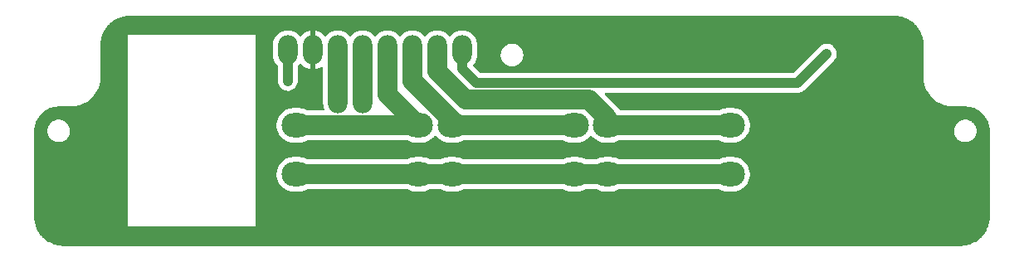
<source format=gbr>
%TF.GenerationSoftware,KiCad,Pcbnew,7.0.9*%
%TF.CreationDate,2024-01-11T16:53:53+09:00*%
%TF.ProjectId,IO_Board,494f5f42-6f61-4726-942e-6b696361645f,rev?*%
%TF.SameCoordinates,Original*%
%TF.FileFunction,Copper,L2,Bot*%
%TF.FilePolarity,Positive*%
%FSLAX46Y46*%
G04 Gerber Fmt 4.6, Leading zero omitted, Abs format (unit mm)*
G04 Created by KiCad (PCBNEW 7.0.9) date 2024-01-11 16:53:53*
%MOMM*%
%LPD*%
G01*
G04 APERTURE LIST*
%TA.AperFunction,ComponentPad*%
%ADD10O,3.000000X2.500000*%
%TD*%
%TA.AperFunction,SMDPad,CuDef*%
%ADD11O,2.000000X3.000000*%
%TD*%
%TA.AperFunction,ViaPad*%
%ADD12C,0.800000*%
%TD*%
%TA.AperFunction,Conductor*%
%ADD13C,1.000000*%
%TD*%
%TA.AperFunction,Conductor*%
%ADD14C,2.000000*%
%TD*%
G04 APERTURE END LIST*
D10*
%TO.P,RUN,1,1*%
%TO.N,+3.3V*%
X158777000Y-91440000D03*
X146277000Y-91440000D03*
%TO.P,RUN,2,2*%
%TO.N,BTN_Run*%
X158777000Y-86440000D03*
X146277000Y-86440000D03*
%TD*%
%TO.P,RIGHT,1,1*%
%TO.N,+3.3V*%
X174679000Y-91440000D03*
X162179000Y-91440000D03*
%TO.P,RIGHT,2,2*%
%TO.N,BTN_Right*%
X174679000Y-86440000D03*
X162179000Y-86440000D03*
%TD*%
%TO.P,LEFT,1,1*%
%TO.N,+3.3V*%
X142875000Y-91440000D03*
X130375000Y-91440000D03*
%TO.P,LEFT,2,2*%
%TO.N,BTN_Left*%
X142875000Y-86440000D03*
X130375000Y-86440000D03*
%TD*%
D11*
%TO.P,SW4,*%
%TO.N,+3.3V*%
X134640000Y-83693000D03*
%TO.P,SW4,2*%
%TO.N,SWT_Start*%
X137140000Y-83693000D03*
%TD*%
%TO.P,J1,1,Pin_1*%
%TO.N,+5V*%
X129540000Y-78740000D03*
%TO.P,J1,2,Pin_2*%
%TO.N,GND*%
X132080000Y-78740000D03*
%TO.P,J1,3,Pin_3*%
%TO.N,+3.3V*%
X134620000Y-78740000D03*
%TO.P,J1,4,Pin_4*%
%TO.N,SWT_Start*%
X137160000Y-78740000D03*
%TO.P,J1,5,Pin_5*%
%TO.N,BTN_Left*%
X139700000Y-78740000D03*
%TO.P,J1,6,Pin_6*%
%TO.N,BTN_Run*%
X142240000Y-78740000D03*
%TO.P,J1,7,Pin_7*%
%TO.N,BTN_Right*%
X144780000Y-78740000D03*
%TO.P,J1,8,Pin_8*%
%TO.N,IND_PWM*%
X147320000Y-78740000D03*
%TD*%
D12*
%TO.N,+5V*%
X129540000Y-80899000D03*
X129540000Y-81915000D03*
%TO.N,GND*%
X137160000Y-76200000D03*
X177800000Y-76200000D03*
X193040000Y-87630000D03*
X132588000Y-84328000D03*
X177800000Y-96520000D03*
X178308000Y-80010000D03*
X177800000Y-88900000D03*
X193040000Y-96520000D03*
X187960000Y-96520000D03*
X182880000Y-96520000D03*
X142240000Y-96520000D03*
X182880000Y-76200000D03*
X132080000Y-76200000D03*
X162560000Y-96520000D03*
X184531000Y-92964000D03*
X172720000Y-76200000D03*
X198120000Y-96520000D03*
X160528000Y-88900000D03*
X187960000Y-76200000D03*
X167640000Y-76200000D03*
X147320000Y-96520000D03*
X144526000Y-88900000D03*
X157480000Y-76200000D03*
X106680000Y-96520000D03*
X157480000Y-96520000D03*
X184531000Y-86868000D03*
X116840000Y-76200000D03*
X142240000Y-76200000D03*
X132080000Y-96520000D03*
X147320000Y-76200000D03*
X162560000Y-76200000D03*
X128270000Y-84455000D03*
X157480000Y-80010000D03*
X127000000Y-76200000D03*
X152400000Y-76200000D03*
X121920000Y-76200000D03*
%TO.N,IND_PWM*%
X184531000Y-79121000D03*
%TO.N,+3.3V*%
X134620000Y-81407000D03*
%TD*%
D13*
%TO.N,+5V*%
X129540000Y-81915000D02*
X129540000Y-80899000D01*
X129540000Y-80899000D02*
X129540000Y-78740000D01*
%TO.N,IND_PWM*%
X147320000Y-78740000D02*
X147320000Y-80645000D01*
X147320000Y-80645000D02*
X148795000Y-82120000D01*
X148795000Y-82120000D02*
X181532000Y-82120000D01*
X181532000Y-82120000D02*
X184531000Y-79121000D01*
D14*
%TO.N,+3.3V*%
X134640000Y-81427000D02*
X134620000Y-81407000D01*
X130375000Y-91440000D02*
X174679000Y-91440000D01*
X134640000Y-83693000D02*
X134640000Y-81427000D01*
X134620000Y-78740000D02*
X134620000Y-81407000D01*
%TO.N,SWT_Start*%
X137140000Y-83693000D02*
X137140000Y-78760000D01*
X137140000Y-78760000D02*
X137160000Y-78740000D01*
%TO.N,BTN_Left*%
X142875000Y-86440000D02*
X139700000Y-83265000D01*
X130375000Y-86440000D02*
X142875000Y-86440000D01*
D13*
X139954000Y-78994000D02*
X139700000Y-78740000D01*
D14*
X139700000Y-83265000D02*
X139700000Y-78740000D01*
%TO.N,BTN_Run*%
X146277000Y-86440000D02*
X146277000Y-85952000D01*
X158777000Y-86440000D02*
X146277000Y-86440000D01*
X146277000Y-85952000D02*
X142240000Y-81915000D01*
X142240000Y-81915000D02*
X142240000Y-78740000D01*
%TO.N,BTN_Right*%
X162179000Y-86440000D02*
X162179000Y-85725000D01*
X160274000Y-83820000D02*
X147701000Y-83820000D01*
X144780000Y-80899000D02*
X144780000Y-78740000D01*
X147701000Y-83820000D02*
X144780000Y-80899000D01*
D13*
X144780000Y-79240000D02*
X144780000Y-78740000D01*
D14*
X162179000Y-85725000D02*
X160274000Y-83820000D01*
X174679000Y-86440000D02*
X162179000Y-86440000D01*
%TD*%
%TA.AperFunction,Conductor*%
%TO.N,GND*%
G36*
X191401621Y-75255584D02*
G01*
X191533517Y-75262497D01*
X191717024Y-75272802D01*
X191723197Y-75273462D01*
X191820761Y-75288914D01*
X191875718Y-75297620D01*
X191937799Y-75308167D01*
X192038182Y-75325222D01*
X192043809Y-75326452D01*
X192196763Y-75367436D01*
X192351709Y-75412076D01*
X192356744Y-75413763D01*
X192506111Y-75471100D01*
X192506220Y-75471142D01*
X192653986Y-75532349D01*
X192658409Y-75534388D01*
X192658431Y-75534399D01*
X192801946Y-75607523D01*
X192941481Y-75684641D01*
X192945226Y-75686889D01*
X193011776Y-75730107D01*
X193080886Y-75774989D01*
X193210745Y-75867128D01*
X193213886Y-75869510D01*
X193338753Y-75970625D01*
X193341049Y-75972579D01*
X193458711Y-76077727D01*
X193461233Y-76080112D01*
X193574899Y-76193778D01*
X193577276Y-76196293D01*
X193682416Y-76313946D01*
X193684369Y-76316241D01*
X193723151Y-76364132D01*
X193785497Y-76441122D01*
X193787867Y-76444247D01*
X193880015Y-76574118D01*
X193968111Y-76709776D01*
X193970377Y-76713554D01*
X194047474Y-76853049D01*
X194120611Y-76996590D01*
X194122650Y-77001012D01*
X194183861Y-77148788D01*
X194241225Y-77298228D01*
X194242920Y-77303284D01*
X194287566Y-77458248D01*
X194328544Y-77611183D01*
X194329781Y-77616848D01*
X194357380Y-77779282D01*
X194381532Y-77931769D01*
X194382198Y-77937996D01*
X194392495Y-78121350D01*
X194399416Y-78253402D01*
X194399501Y-78256648D01*
X194399501Y-81509499D01*
X194399501Y-81509999D01*
X194399501Y-81667249D01*
X194401732Y-81688472D01*
X194432376Y-81980030D01*
X194497761Y-82287646D01*
X194497762Y-82287648D01*
X194589522Y-82570061D01*
X194594948Y-82586758D01*
X194680900Y-82779810D01*
X194722866Y-82874067D01*
X194722869Y-82874073D01*
X194880113Y-83146427D01*
X194880116Y-83146432D01*
X195064968Y-83400860D01*
X195064975Y-83400869D01*
X195164035Y-83510885D01*
X195275415Y-83634585D01*
X195391448Y-83739062D01*
X195509130Y-83845024D01*
X195509139Y-83845031D01*
X195763567Y-84029883D01*
X195763569Y-84029884D01*
X196035933Y-84187134D01*
X196323242Y-84315052D01*
X196622349Y-84412237D01*
X196622352Y-84412237D01*
X196622353Y-84412238D01*
X196664738Y-84421247D01*
X196929975Y-84477625D01*
X197242751Y-84510499D01*
X197399902Y-84510499D01*
X198648124Y-84510499D01*
X198651868Y-84510612D01*
X198748973Y-84516485D01*
X198956415Y-84530083D01*
X198963502Y-84530962D01*
X199099179Y-84555826D01*
X199265664Y-84588942D01*
X199271982Y-84590550D01*
X199402801Y-84631315D01*
X199411109Y-84633904D01*
X199419913Y-84636892D01*
X199565058Y-84686162D01*
X199570551Y-84688325D01*
X199706464Y-84749494D01*
X199849864Y-84820211D01*
X199854498Y-84822749D01*
X199926386Y-84866207D01*
X199982369Y-84900050D01*
X199984723Y-84901546D01*
X200016662Y-84922887D01*
X200115592Y-84988991D01*
X200119385Y-84991737D01*
X200237551Y-85084314D01*
X200240184Y-85086497D01*
X200358084Y-85189892D01*
X200361045Y-85192666D01*
X200467332Y-85298953D01*
X200470106Y-85301915D01*
X200573495Y-85419808D01*
X200575686Y-85422451D01*
X200668256Y-85540605D01*
X200671000Y-85544395D01*
X200758471Y-85675303D01*
X200759955Y-85677638D01*
X200837242Y-85805488D01*
X200839791Y-85810143D01*
X200910509Y-85953545D01*
X200971669Y-86089437D01*
X200973842Y-86094957D01*
X201026103Y-86248913D01*
X201069440Y-86387986D01*
X201071057Y-86394339D01*
X201104185Y-86560883D01*
X201129032Y-86696475D01*
X201129916Y-86703601D01*
X201143530Y-86911301D01*
X201149387Y-87008116D01*
X201149500Y-87011861D01*
X201149500Y-95763375D01*
X201149415Y-95766621D01*
X201142521Y-95898162D01*
X201132194Y-96082030D01*
X201131528Y-96088257D01*
X201107414Y-96240501D01*
X201079775Y-96403173D01*
X201078538Y-96408837D01*
X201037594Y-96561644D01*
X200992911Y-96716737D01*
X200991216Y-96721794D01*
X200933892Y-96871131D01*
X200872637Y-97019012D01*
X200870598Y-97023434D01*
X200797508Y-97166883D01*
X200720351Y-97306488D01*
X200718084Y-97310266D01*
X200630039Y-97445843D01*
X200537851Y-97575769D01*
X200535468Y-97578910D01*
X200434394Y-97703725D01*
X200432441Y-97706021D01*
X200327258Y-97823722D01*
X200324868Y-97826249D01*
X200211256Y-97939863D01*
X200208728Y-97942253D01*
X200091015Y-98047447D01*
X200088719Y-98049401D01*
X199963908Y-98150471D01*
X199960767Y-98152853D01*
X199830856Y-98245031D01*
X199695256Y-98333090D01*
X199691478Y-98335357D01*
X199560514Y-98407739D01*
X199551932Y-98412483D01*
X199551908Y-98412496D01*
X199408430Y-98485601D01*
X199404007Y-98487639D01*
X199256152Y-98548883D01*
X199106790Y-98606217D01*
X199101734Y-98607912D01*
X198946645Y-98652594D01*
X198793838Y-98693538D01*
X198788174Y-98694775D01*
X198625543Y-98722408D01*
X198473248Y-98746529D01*
X198467021Y-98747195D01*
X198283116Y-98757523D01*
X198151641Y-98764414D01*
X198148395Y-98764499D01*
X106651624Y-98764499D01*
X106648379Y-98764414D01*
X106516511Y-98757502D01*
X106332997Y-98747197D01*
X106326769Y-98746531D01*
X106174282Y-98722379D01*
X106011848Y-98694780D01*
X106006183Y-98693543D01*
X105853248Y-98652565D01*
X105698284Y-98607919D01*
X105693228Y-98606224D01*
X105543801Y-98548865D01*
X105396003Y-98487645D01*
X105391581Y-98485606D01*
X105248069Y-98412483D01*
X105108535Y-98335366D01*
X105104767Y-98333105D01*
X104969110Y-98245008D01*
X104839265Y-98152878D01*
X104836124Y-98150496D01*
X104711238Y-98049366D01*
X104708942Y-98047412D01*
X104591295Y-97942277D01*
X104588768Y-97939887D01*
X104475110Y-97826229D01*
X104472720Y-97823702D01*
X104367585Y-97706055D01*
X104365631Y-97703759D01*
X104365603Y-97703725D01*
X104326849Y-97655867D01*
X104264501Y-97578872D01*
X104262119Y-97575732D01*
X104169990Y-97445888D01*
X104081916Y-97310266D01*
X104081890Y-97310227D01*
X104079631Y-97306460D01*
X104002524Y-97166945D01*
X103929384Y-97023400D01*
X103927353Y-97018996D01*
X103866148Y-96871232D01*
X103808767Y-96721751D01*
X103808478Y-96720889D01*
X113237416Y-96720889D01*
X113237459Y-96745001D01*
X113237500Y-96745099D01*
X113237616Y-96745382D01*
X113237618Y-96745384D01*
X113237808Y-96745462D01*
X113238000Y-96745541D01*
X113238002Y-96745539D01*
X113262616Y-96745524D01*
X113262616Y-96745528D01*
X113262760Y-96745500D01*
X126213240Y-96745500D01*
X126213383Y-96745528D01*
X126213384Y-96745524D01*
X126237997Y-96745539D01*
X126238000Y-96745541D01*
X126238383Y-96745383D01*
X126238500Y-96745099D01*
X126238541Y-96745000D01*
X126238540Y-96744997D01*
X126238583Y-96720889D01*
X126238500Y-96720467D01*
X126238500Y-91571187D01*
X128374500Y-91571187D01*
X128394794Y-91705823D01*
X128413604Y-91830615D01*
X128413605Y-91830617D01*
X128413606Y-91830623D01*
X128490938Y-92081326D01*
X128604767Y-92317696D01*
X128604768Y-92317697D01*
X128604770Y-92317700D01*
X128604772Y-92317704D01*
X128752567Y-92534479D01*
X128931014Y-92726801D01*
X128931018Y-92726804D01*
X128931019Y-92726805D01*
X129136143Y-92890386D01*
X129363357Y-93021568D01*
X129607584Y-93117420D01*
X129863370Y-93175802D01*
X129863376Y-93175802D01*
X129863379Y-93175803D01*
X130059500Y-93190500D01*
X130059506Y-93190500D01*
X130690500Y-93190500D01*
X130886620Y-93175803D01*
X130886622Y-93175802D01*
X130886630Y-93175802D01*
X131142416Y-93117420D01*
X131386643Y-93021568D01*
X131498282Y-92957112D01*
X131560282Y-92940500D01*
X141689718Y-92940500D01*
X141751717Y-92957112D01*
X141863357Y-93021568D01*
X142107584Y-93117420D01*
X142363370Y-93175802D01*
X142363376Y-93175802D01*
X142363379Y-93175803D01*
X142559500Y-93190500D01*
X142559506Y-93190500D01*
X143190500Y-93190500D01*
X143386620Y-93175803D01*
X143386622Y-93175802D01*
X143386630Y-93175802D01*
X143642416Y-93117420D01*
X143886643Y-93021568D01*
X143998282Y-92957112D01*
X144060282Y-92940500D01*
X145091718Y-92940500D01*
X145153717Y-92957112D01*
X145265357Y-93021568D01*
X145509584Y-93117420D01*
X145765370Y-93175802D01*
X145765376Y-93175802D01*
X145765379Y-93175803D01*
X145961500Y-93190500D01*
X145961506Y-93190500D01*
X146592500Y-93190500D01*
X146788620Y-93175803D01*
X146788622Y-93175802D01*
X146788630Y-93175802D01*
X147044416Y-93117420D01*
X147288643Y-93021568D01*
X147400282Y-92957112D01*
X147462282Y-92940500D01*
X157591718Y-92940500D01*
X157653717Y-92957112D01*
X157765357Y-93021568D01*
X158009584Y-93117420D01*
X158265370Y-93175802D01*
X158265376Y-93175802D01*
X158265379Y-93175803D01*
X158461500Y-93190500D01*
X158461506Y-93190500D01*
X159092500Y-93190500D01*
X159288620Y-93175803D01*
X159288622Y-93175802D01*
X159288630Y-93175802D01*
X159544416Y-93117420D01*
X159788643Y-93021568D01*
X159900282Y-92957112D01*
X159962282Y-92940500D01*
X160993718Y-92940500D01*
X161055717Y-92957112D01*
X161167357Y-93021568D01*
X161411584Y-93117420D01*
X161667370Y-93175802D01*
X161667376Y-93175802D01*
X161667379Y-93175803D01*
X161863500Y-93190500D01*
X161863506Y-93190500D01*
X162494500Y-93190500D01*
X162690620Y-93175803D01*
X162690622Y-93175802D01*
X162690630Y-93175802D01*
X162946416Y-93117420D01*
X163190643Y-93021568D01*
X163302282Y-92957112D01*
X163364282Y-92940500D01*
X173493718Y-92940500D01*
X173555717Y-92957112D01*
X173667357Y-93021568D01*
X173911584Y-93117420D01*
X174167370Y-93175802D01*
X174167376Y-93175802D01*
X174167379Y-93175803D01*
X174363500Y-93190500D01*
X174363506Y-93190500D01*
X174994500Y-93190500D01*
X175190620Y-93175803D01*
X175190622Y-93175802D01*
X175190630Y-93175802D01*
X175446416Y-93117420D01*
X175690643Y-93021568D01*
X175917857Y-92890386D01*
X176122981Y-92726805D01*
X176301433Y-92534479D01*
X176449228Y-92317704D01*
X176563063Y-92081323D01*
X176640396Y-91830615D01*
X176679500Y-91571182D01*
X176679500Y-91308818D01*
X176640396Y-91049385D01*
X176563063Y-90798677D01*
X176551121Y-90773880D01*
X176449232Y-90562303D01*
X176449231Y-90562302D01*
X176449230Y-90562301D01*
X176449228Y-90562296D01*
X176301433Y-90345521D01*
X176291441Y-90334753D01*
X176122985Y-90153198D01*
X176083533Y-90121736D01*
X175917857Y-89989614D01*
X175690643Y-89858432D01*
X175446416Y-89762580D01*
X175446411Y-89762578D01*
X175446402Y-89762576D01*
X175228818Y-89712914D01*
X175190630Y-89704198D01*
X175190629Y-89704197D01*
X175190625Y-89704197D01*
X175190620Y-89704196D01*
X174994500Y-89689500D01*
X174994494Y-89689500D01*
X174363506Y-89689500D01*
X174363500Y-89689500D01*
X174167379Y-89704196D01*
X174167374Y-89704197D01*
X173911597Y-89762576D01*
X173911578Y-89762582D01*
X173667356Y-89858432D01*
X173555718Y-89922887D01*
X173493718Y-89939500D01*
X163364282Y-89939500D01*
X163302282Y-89922887D01*
X163190643Y-89858432D01*
X162946421Y-89762582D01*
X162946416Y-89762580D01*
X162946411Y-89762578D01*
X162946402Y-89762576D01*
X162728818Y-89712914D01*
X162690630Y-89704198D01*
X162690629Y-89704197D01*
X162690625Y-89704197D01*
X162690620Y-89704196D01*
X162494500Y-89689500D01*
X162494494Y-89689500D01*
X161863506Y-89689500D01*
X161863500Y-89689500D01*
X161667379Y-89704196D01*
X161667374Y-89704197D01*
X161411597Y-89762576D01*
X161411578Y-89762582D01*
X161167356Y-89858432D01*
X161055718Y-89922887D01*
X160993718Y-89939500D01*
X159962282Y-89939500D01*
X159900282Y-89922887D01*
X159788643Y-89858432D01*
X159544421Y-89762582D01*
X159544416Y-89762580D01*
X159544411Y-89762578D01*
X159544402Y-89762576D01*
X159326818Y-89712914D01*
X159288630Y-89704198D01*
X159288629Y-89704197D01*
X159288625Y-89704197D01*
X159288620Y-89704196D01*
X159092500Y-89689500D01*
X159092494Y-89689500D01*
X158461506Y-89689500D01*
X158461500Y-89689500D01*
X158265379Y-89704196D01*
X158265374Y-89704197D01*
X158009597Y-89762576D01*
X158009578Y-89762582D01*
X157765356Y-89858432D01*
X157653718Y-89922887D01*
X157591718Y-89939500D01*
X147462282Y-89939500D01*
X147400282Y-89922887D01*
X147288643Y-89858432D01*
X147044421Y-89762582D01*
X147044416Y-89762580D01*
X147044411Y-89762578D01*
X147044402Y-89762576D01*
X146826818Y-89712914D01*
X146788630Y-89704198D01*
X146788629Y-89704197D01*
X146788625Y-89704197D01*
X146788620Y-89704196D01*
X146592500Y-89689500D01*
X146592494Y-89689500D01*
X145961506Y-89689500D01*
X145961500Y-89689500D01*
X145765379Y-89704196D01*
X145765374Y-89704197D01*
X145509597Y-89762576D01*
X145509578Y-89762582D01*
X145265356Y-89858432D01*
X145153718Y-89922887D01*
X145091718Y-89939500D01*
X144060282Y-89939500D01*
X143998282Y-89922887D01*
X143886643Y-89858432D01*
X143642421Y-89762582D01*
X143642416Y-89762580D01*
X143642411Y-89762578D01*
X143642402Y-89762576D01*
X143424818Y-89712914D01*
X143386630Y-89704198D01*
X143386629Y-89704197D01*
X143386625Y-89704197D01*
X143386620Y-89704196D01*
X143190500Y-89689500D01*
X143190494Y-89689500D01*
X142559506Y-89689500D01*
X142559500Y-89689500D01*
X142363379Y-89704196D01*
X142363374Y-89704197D01*
X142107597Y-89762576D01*
X142107578Y-89762582D01*
X141863356Y-89858432D01*
X141751718Y-89922887D01*
X141689718Y-89939500D01*
X131560282Y-89939500D01*
X131498282Y-89922887D01*
X131386643Y-89858432D01*
X131142421Y-89762582D01*
X131142416Y-89762580D01*
X131142411Y-89762578D01*
X131142402Y-89762576D01*
X130924818Y-89712914D01*
X130886630Y-89704198D01*
X130886629Y-89704197D01*
X130886625Y-89704197D01*
X130886620Y-89704196D01*
X130690500Y-89689500D01*
X130690494Y-89689500D01*
X130059506Y-89689500D01*
X130059500Y-89689500D01*
X129863379Y-89704196D01*
X129863374Y-89704197D01*
X129607597Y-89762576D01*
X129607578Y-89762582D01*
X129363356Y-89858432D01*
X129136143Y-89989614D01*
X128931014Y-90153198D01*
X128752567Y-90345520D01*
X128604768Y-90562302D01*
X128604767Y-90562303D01*
X128490938Y-90798673D01*
X128413606Y-91049376D01*
X128413605Y-91049381D01*
X128413604Y-91049385D01*
X128398853Y-91147247D01*
X128374500Y-91308812D01*
X128374500Y-91571187D01*
X126238500Y-91571187D01*
X126238500Y-86571187D01*
X128374500Y-86571187D01*
X128393104Y-86694608D01*
X128413604Y-86830615D01*
X128413605Y-86830617D01*
X128413606Y-86830623D01*
X128490938Y-87081326D01*
X128604767Y-87317696D01*
X128604768Y-87317697D01*
X128604770Y-87317700D01*
X128604772Y-87317704D01*
X128729935Y-87501284D01*
X128752567Y-87534479D01*
X128931014Y-87726801D01*
X128931018Y-87726804D01*
X128931019Y-87726805D01*
X129136143Y-87890386D01*
X129363357Y-88021568D01*
X129607584Y-88117420D01*
X129863370Y-88175802D01*
X129863376Y-88175802D01*
X129863379Y-88175803D01*
X130059500Y-88190500D01*
X130059506Y-88190500D01*
X130690500Y-88190500D01*
X130886620Y-88175803D01*
X130886622Y-88175802D01*
X130886630Y-88175802D01*
X131142416Y-88117420D01*
X131386643Y-88021568D01*
X131498282Y-87957112D01*
X131560282Y-87940500D01*
X141689718Y-87940500D01*
X141751717Y-87957112D01*
X141863357Y-88021568D01*
X142107584Y-88117420D01*
X142363370Y-88175802D01*
X142363376Y-88175802D01*
X142363379Y-88175803D01*
X142559500Y-88190500D01*
X142559506Y-88190500D01*
X143190500Y-88190500D01*
X143386620Y-88175803D01*
X143386622Y-88175802D01*
X143386630Y-88175802D01*
X143642416Y-88117420D01*
X143886643Y-88021568D01*
X144113857Y-87890386D01*
X144318981Y-87726805D01*
X144327016Y-87718146D01*
X144422597Y-87615133D01*
X144485102Y-87547768D01*
X144545129Y-87512014D01*
X144614958Y-87514389D01*
X144666897Y-87547767D01*
X144726079Y-87611551D01*
X144833014Y-87726801D01*
X144833018Y-87726804D01*
X144833019Y-87726805D01*
X145038143Y-87890386D01*
X145265357Y-88021568D01*
X145509584Y-88117420D01*
X145765370Y-88175802D01*
X145765376Y-88175802D01*
X145765379Y-88175803D01*
X145961500Y-88190500D01*
X145961506Y-88190500D01*
X146592500Y-88190500D01*
X146788620Y-88175803D01*
X146788622Y-88175802D01*
X146788630Y-88175802D01*
X147044416Y-88117420D01*
X147288643Y-88021568D01*
X147400282Y-87957112D01*
X147462282Y-87940500D01*
X157591718Y-87940500D01*
X157653717Y-87957112D01*
X157765357Y-88021568D01*
X158009584Y-88117420D01*
X158265370Y-88175802D01*
X158265376Y-88175802D01*
X158265379Y-88175803D01*
X158461500Y-88190500D01*
X158461506Y-88190500D01*
X159092500Y-88190500D01*
X159288620Y-88175803D01*
X159288622Y-88175802D01*
X159288630Y-88175802D01*
X159544416Y-88117420D01*
X159788643Y-88021568D01*
X160015857Y-87890386D01*
X160220981Y-87726805D01*
X160229016Y-87718146D01*
X160324597Y-87615133D01*
X160387102Y-87547768D01*
X160447129Y-87512014D01*
X160516958Y-87514389D01*
X160568897Y-87547767D01*
X160628079Y-87611551D01*
X160735014Y-87726801D01*
X160735018Y-87726804D01*
X160735019Y-87726805D01*
X160940143Y-87890386D01*
X161167357Y-88021568D01*
X161411584Y-88117420D01*
X161667370Y-88175802D01*
X161667376Y-88175802D01*
X161667379Y-88175803D01*
X161863500Y-88190500D01*
X161863506Y-88190500D01*
X162494500Y-88190500D01*
X162690620Y-88175803D01*
X162690622Y-88175802D01*
X162690630Y-88175802D01*
X162946416Y-88117420D01*
X163190643Y-88021568D01*
X163302282Y-87957112D01*
X163364282Y-87940500D01*
X173493718Y-87940500D01*
X173555717Y-87957112D01*
X173667357Y-88021568D01*
X173911584Y-88117420D01*
X174167370Y-88175802D01*
X174167376Y-88175802D01*
X174167379Y-88175803D01*
X174363500Y-88190500D01*
X174363506Y-88190500D01*
X174994500Y-88190500D01*
X175190620Y-88175803D01*
X175190622Y-88175802D01*
X175190630Y-88175802D01*
X175446416Y-88117420D01*
X175690643Y-88021568D01*
X175917857Y-87890386D01*
X176122981Y-87726805D01*
X176131016Y-87718146D01*
X176223705Y-87618250D01*
X176301433Y-87534479D01*
X176449228Y-87317704D01*
X176454249Y-87307279D01*
X176495693Y-87221219D01*
X176563063Y-87081323D01*
X176585063Y-87010000D01*
X197494571Y-87010000D01*
X197502188Y-87092204D01*
X197502453Y-87097928D01*
X197502453Y-87116336D01*
X197505835Y-87134432D01*
X197506626Y-87140103D01*
X197514244Y-87222309D01*
X197514244Y-87222311D01*
X197536834Y-87301705D01*
X197538145Y-87307279D01*
X197541529Y-87325377D01*
X197541533Y-87325394D01*
X197548183Y-87342558D01*
X197550003Y-87347989D01*
X197568453Y-87412831D01*
X197572595Y-87427388D01*
X197609392Y-87501287D01*
X197611705Y-87506526D01*
X197618357Y-87523696D01*
X197628047Y-87539347D01*
X197630835Y-87544351D01*
X197667631Y-87618248D01*
X197667635Y-87618256D01*
X197717385Y-87684135D01*
X197720619Y-87688856D01*
X197730314Y-87704513D01*
X197730315Y-87704514D01*
X197730316Y-87704515D01*
X197742721Y-87718124D01*
X197746380Y-87722530D01*
X197796128Y-87788407D01*
X197857135Y-87844022D01*
X197861181Y-87848068D01*
X197866100Y-87853464D01*
X197873591Y-87861682D01*
X197882475Y-87868389D01*
X197888280Y-87872773D01*
X197892688Y-87876433D01*
X197907993Y-87890385D01*
X197953698Y-87932051D01*
X198023898Y-87975517D01*
X198028619Y-87978752D01*
X198043307Y-87989844D01*
X198059780Y-87998046D01*
X198064787Y-88000835D01*
X198126408Y-88038989D01*
X198134981Y-88044297D01*
X198211972Y-88074123D01*
X198217193Y-88076428D01*
X198233682Y-88084639D01*
X198233686Y-88084640D01*
X198251389Y-88089678D01*
X198256821Y-88091497D01*
X198333802Y-88121320D01*
X198414955Y-88136490D01*
X198420521Y-88137799D01*
X198438235Y-88142840D01*
X198456593Y-88144541D01*
X198462218Y-88145325D01*
X198536140Y-88159143D01*
X198543389Y-88160499D01*
X198625938Y-88160499D01*
X198631662Y-88160764D01*
X198649999Y-88162463D01*
X198650000Y-88162463D01*
X198650001Y-88162463D01*
X198668338Y-88160764D01*
X198674062Y-88160499D01*
X198756610Y-88160499D01*
X198837778Y-88145325D01*
X198843409Y-88144540D01*
X198861765Y-88142840D01*
X198879494Y-88137795D01*
X198885044Y-88136490D01*
X198966198Y-88121320D01*
X199043211Y-88091485D01*
X199048581Y-88089685D01*
X199066318Y-88084639D01*
X199082828Y-88076417D01*
X199088000Y-88074133D01*
X199165019Y-88044297D01*
X199235235Y-88000820D01*
X199240199Y-87998056D01*
X199256694Y-87989843D01*
X199271404Y-87978734D01*
X199276096Y-87975520D01*
X199346302Y-87932051D01*
X199407328Y-87876417D01*
X199411682Y-87872801D01*
X199426410Y-87861680D01*
X199438838Y-87848046D01*
X199442835Y-87844048D01*
X199503872Y-87788406D01*
X199553633Y-87722511D01*
X199557257Y-87718146D01*
X199569686Y-87704513D01*
X199579398Y-87688826D01*
X199582589Y-87684168D01*
X199632366Y-87618254D01*
X199669168Y-87544344D01*
X199671952Y-87539347D01*
X199681643Y-87523696D01*
X199688299Y-87506514D01*
X199690598Y-87501305D01*
X199727405Y-87427388D01*
X199750003Y-87347962D01*
X199751802Y-87342593D01*
X199758469Y-87325386D01*
X199761855Y-87307270D01*
X199763160Y-87301721D01*
X199785756Y-87222309D01*
X199793375Y-87140083D01*
X199794160Y-87134449D01*
X199797547Y-87116335D01*
X199798151Y-87090112D01*
X199798396Y-87085892D01*
X199805429Y-87009999D01*
X199798396Y-86934108D01*
X199798151Y-86929881D01*
X199797547Y-86903663D01*
X199794161Y-86885551D01*
X199793375Y-86879914D01*
X199785756Y-86797689D01*
X199763160Y-86718276D01*
X199761854Y-86712720D01*
X199758469Y-86694612D01*
X199758467Y-86694608D01*
X199758468Y-86694608D01*
X199751815Y-86677436D01*
X199749996Y-86672008D01*
X199727405Y-86592610D01*
X199690598Y-86518692D01*
X199688301Y-86513489D01*
X199681643Y-86496302D01*
X199671950Y-86480647D01*
X199669163Y-86475643D01*
X199637388Y-86411830D01*
X199632366Y-86401744D01*
X199626775Y-86394341D01*
X199582617Y-86335866D01*
X199579379Y-86331139D01*
X199569686Y-86315485D01*
X199557284Y-86301881D01*
X199553629Y-86297481D01*
X199503872Y-86231592D01*
X199503869Y-86231589D01*
X199442864Y-86175974D01*
X199438818Y-86171929D01*
X199426410Y-86158318D01*
X199426409Y-86158317D01*
X199426407Y-86158315D01*
X199411713Y-86147219D01*
X199407306Y-86143559D01*
X199346305Y-86087949D01*
X199346297Y-86087944D01*
X199284022Y-86049385D01*
X199276107Y-86044484D01*
X199271385Y-86041248D01*
X199256696Y-86030156D01*
X199256690Y-86030152D01*
X199240211Y-86021946D01*
X199235209Y-86019160D01*
X199202959Y-85999192D01*
X199165019Y-85975701D01*
X199165014Y-85975699D01*
X199165016Y-85975699D01*
X199088032Y-85945876D01*
X199082796Y-85943564D01*
X199066318Y-85935359D01*
X199066314Y-85935357D01*
X199048613Y-85930321D01*
X199043180Y-85928500D01*
X198966200Y-85898678D01*
X198966191Y-85898676D01*
X198885063Y-85883510D01*
X198879490Y-85882200D01*
X198861767Y-85877158D01*
X198843428Y-85875458D01*
X198837755Y-85874667D01*
X198773488Y-85862654D01*
X198756610Y-85859499D01*
X198674052Y-85859499D01*
X198668328Y-85859234D01*
X198650001Y-85857536D01*
X198649999Y-85857536D01*
X198631672Y-85859234D01*
X198625948Y-85859499D01*
X198543389Y-85859499D01*
X198462243Y-85874667D01*
X198456570Y-85875458D01*
X198438234Y-85877158D01*
X198438232Y-85877158D01*
X198420512Y-85882198D01*
X198414942Y-85883508D01*
X198333805Y-85898677D01*
X198333792Y-85898681D01*
X198256820Y-85928499D01*
X198251394Y-85930318D01*
X198233680Y-85935359D01*
X198233678Y-85935360D01*
X198217197Y-85943566D01*
X198211961Y-85945878D01*
X198134978Y-85975702D01*
X198064793Y-86019158D01*
X198059793Y-86021943D01*
X198043307Y-86030153D01*
X198043296Y-86030160D01*
X198028611Y-86041250D01*
X198023889Y-86044484D01*
X197953697Y-86087947D01*
X197953694Y-86087949D01*
X197892699Y-86143553D01*
X197888296Y-86147209D01*
X197873593Y-86158314D01*
X197873589Y-86158318D01*
X197861178Y-86171931D01*
X197857131Y-86175978D01*
X197796131Y-86231589D01*
X197796122Y-86231599D01*
X197746377Y-86297469D01*
X197742722Y-86301872D01*
X197730319Y-86315478D01*
X197730310Y-86315490D01*
X197720616Y-86331145D01*
X197717381Y-86335866D01*
X197667635Y-86401742D01*
X197630831Y-86475650D01*
X197628047Y-86480649D01*
X197618359Y-86496298D01*
X197618354Y-86496307D01*
X197611707Y-86513466D01*
X197609393Y-86518706D01*
X197572597Y-86592604D01*
X197550002Y-86672008D01*
X197548184Y-86677435D01*
X197541533Y-86694606D01*
X197541530Y-86694615D01*
X197538145Y-86712720D01*
X197536834Y-86718295D01*
X197514244Y-86797688D01*
X197506625Y-86879894D01*
X197505834Y-86885562D01*
X197502453Y-86903655D01*
X197502453Y-86922068D01*
X197502188Y-86927791D01*
X197494571Y-87009997D01*
X197494571Y-87010000D01*
X176585063Y-87010000D01*
X176640396Y-86830615D01*
X176679500Y-86571182D01*
X176679500Y-86308818D01*
X176640396Y-86049385D01*
X176563063Y-85798677D01*
X176504755Y-85677599D01*
X176449232Y-85562303D01*
X176449231Y-85562302D01*
X176449230Y-85562301D01*
X176449228Y-85562296D01*
X176301433Y-85345521D01*
X176258246Y-85298976D01*
X176122985Y-85153198D01*
X176039344Y-85086497D01*
X175917857Y-84989614D01*
X175690643Y-84858432D01*
X175446416Y-84762580D01*
X175446411Y-84762578D01*
X175446402Y-84762576D01*
X175206735Y-84707874D01*
X175190630Y-84704198D01*
X175190629Y-84704197D01*
X175190625Y-84704197D01*
X175190620Y-84704196D01*
X174994500Y-84689500D01*
X174994494Y-84689500D01*
X174363506Y-84689500D01*
X174363500Y-84689500D01*
X174167379Y-84704196D01*
X174167374Y-84704197D01*
X173911597Y-84762576D01*
X173911578Y-84762582D01*
X173667356Y-84858432D01*
X173631775Y-84878975D01*
X173561039Y-84919815D01*
X173555718Y-84922887D01*
X173493718Y-84939500D01*
X163528090Y-84939500D01*
X163461051Y-84919815D01*
X163421568Y-84878975D01*
X163414439Y-84867011D01*
X163404366Y-84850106D01*
X163386702Y-84829250D01*
X163382106Y-84823086D01*
X163367166Y-84800218D01*
X163367165Y-84800217D01*
X163367164Y-84800215D01*
X163303966Y-84731564D01*
X163283902Y-84707874D01*
X163280224Y-84704196D01*
X163261950Y-84685921D01*
X163198747Y-84617265D01*
X163198746Y-84617264D01*
X163198744Y-84617262D01*
X163177174Y-84600473D01*
X163171412Y-84595384D01*
X161908209Y-83332181D01*
X161874724Y-83270858D01*
X161879708Y-83201166D01*
X161921580Y-83145233D01*
X161987044Y-83120816D01*
X161995890Y-83120500D01*
X181519284Y-83120500D01*
X181608358Y-83122757D01*
X181608358Y-83122756D01*
X181608363Y-83122757D01*
X181668753Y-83111932D01*
X181673412Y-83111280D01*
X181715607Y-83106988D01*
X181734438Y-83105074D01*
X181767227Y-83094786D01*
X181774840Y-83092918D01*
X181808653Y-83086858D01*
X181865621Y-83064101D01*
X181870053Y-83062524D01*
X181928588Y-83044159D01*
X181958627Y-83027484D01*
X181965708Y-83024122D01*
X181997617Y-83011377D01*
X182048854Y-82977608D01*
X182052851Y-82975187D01*
X182106502Y-82945409D01*
X182132568Y-82923030D01*
X182138843Y-82918300D01*
X182152859Y-82909063D01*
X182167519Y-82899402D01*
X182210917Y-82856002D01*
X182214336Y-82852834D01*
X182260895Y-82812866D01*
X182281931Y-82785688D01*
X182287101Y-82779818D01*
X185274340Y-79792581D01*
X185370697Y-79674408D01*
X185464909Y-79494049D01*
X185520886Y-79298418D01*
X185536337Y-79095524D01*
X185529608Y-79042691D01*
X185510631Y-78893679D01*
X185510630Y-78893677D01*
X185510630Y-78893673D01*
X185444816Y-78701128D01*
X185412802Y-78646745D01*
X185341593Y-78525778D01*
X185341592Y-78525777D01*
X185341590Y-78525773D01*
X185205179Y-78374787D01*
X185148198Y-78332945D01*
X185041171Y-78254353D01*
X185041164Y-78254349D01*
X184856274Y-78169397D01*
X184856261Y-78169392D01*
X184658053Y-78123397D01*
X184454638Y-78118244D01*
X184454635Y-78118244D01*
X184254350Y-78154140D01*
X184254345Y-78154142D01*
X184065383Y-78229623D01*
X184065371Y-78229629D01*
X183895482Y-78341596D01*
X183895478Y-78341599D01*
X181153899Y-81083181D01*
X181092576Y-81116666D01*
X181066218Y-81119500D01*
X149260783Y-81119500D01*
X149193744Y-81099815D01*
X149173102Y-81083181D01*
X148470805Y-80380884D01*
X148437320Y-80319561D01*
X148442304Y-80249869D01*
X148467256Y-80209221D01*
X148508164Y-80164785D01*
X148644173Y-79956607D01*
X148744063Y-79728881D01*
X148805108Y-79487821D01*
X148806808Y-79467312D01*
X148820500Y-79302065D01*
X148820500Y-79255001D01*
X151244571Y-79255001D01*
X151252188Y-79337205D01*
X151252453Y-79342929D01*
X151252453Y-79361337D01*
X151255835Y-79379433D01*
X151256626Y-79385104D01*
X151264244Y-79467310D01*
X151264244Y-79467312D01*
X151286834Y-79546706D01*
X151288145Y-79552280D01*
X151291529Y-79570378D01*
X151291533Y-79570395D01*
X151298183Y-79587559D01*
X151300003Y-79592990D01*
X151318453Y-79657832D01*
X151322595Y-79672389D01*
X151359392Y-79746288D01*
X151361705Y-79751527D01*
X151368357Y-79768697D01*
X151378047Y-79784348D01*
X151380835Y-79789352D01*
X151417631Y-79863249D01*
X151417635Y-79863257D01*
X151467385Y-79929136D01*
X151470619Y-79933857D01*
X151480314Y-79949514D01*
X151480315Y-79949515D01*
X151480316Y-79949516D01*
X151492721Y-79963125D01*
X151496380Y-79967531D01*
X151546128Y-80033408D01*
X151607135Y-80089023D01*
X151611181Y-80093069D01*
X151616100Y-80098465D01*
X151623591Y-80106683D01*
X151632475Y-80113390D01*
X151638280Y-80117774D01*
X151642688Y-80121434D01*
X151661550Y-80138629D01*
X151703698Y-80177052D01*
X151773898Y-80220518D01*
X151778619Y-80223753D01*
X151793307Y-80234845D01*
X151809780Y-80243047D01*
X151814787Y-80245836D01*
X151814789Y-80245837D01*
X151884981Y-80289298D01*
X151961972Y-80319124D01*
X151967193Y-80321429D01*
X151983682Y-80329640D01*
X151983686Y-80329641D01*
X152001389Y-80334679D01*
X152006821Y-80336498D01*
X152083802Y-80366321D01*
X152164955Y-80381491D01*
X152170521Y-80382800D01*
X152188235Y-80387841D01*
X152206593Y-80389542D01*
X152212218Y-80390326D01*
X152286140Y-80404144D01*
X152293389Y-80405500D01*
X152375938Y-80405500D01*
X152381662Y-80405765D01*
X152399999Y-80407464D01*
X152400000Y-80407464D01*
X152400001Y-80407464D01*
X152418338Y-80405765D01*
X152424062Y-80405500D01*
X152506610Y-80405500D01*
X152587778Y-80390326D01*
X152593409Y-80389541D01*
X152611765Y-80387841D01*
X152629494Y-80382796D01*
X152635044Y-80381491D01*
X152716198Y-80366321D01*
X152793211Y-80336486D01*
X152798581Y-80334686D01*
X152816318Y-80329640D01*
X152832828Y-80321418D01*
X152838000Y-80319134D01*
X152915019Y-80289298D01*
X152985235Y-80245821D01*
X152990199Y-80243057D01*
X153006694Y-80234844D01*
X153021404Y-80223735D01*
X153026096Y-80220521D01*
X153096302Y-80177052D01*
X153157328Y-80121418D01*
X153161682Y-80117802D01*
X153176410Y-80106681D01*
X153188838Y-80093047D01*
X153192835Y-80089049D01*
X153253872Y-80033407D01*
X153303633Y-79967512D01*
X153307257Y-79963147D01*
X153319686Y-79949514D01*
X153329398Y-79933827D01*
X153332589Y-79929169D01*
X153382366Y-79863255D01*
X153419168Y-79789345D01*
X153421952Y-79784348D01*
X153431643Y-79768697D01*
X153438299Y-79751515D01*
X153440598Y-79746306D01*
X153477405Y-79672389D01*
X153500003Y-79592963D01*
X153501802Y-79587594D01*
X153508469Y-79570387D01*
X153511855Y-79552271D01*
X153513160Y-79546722D01*
X153535756Y-79467310D01*
X153543375Y-79385084D01*
X153544160Y-79379450D01*
X153547547Y-79361336D01*
X153548151Y-79335113D01*
X153548396Y-79330893D01*
X153555429Y-79255000D01*
X153548396Y-79179109D01*
X153548151Y-79174882D01*
X153547547Y-79148664D01*
X153544161Y-79130552D01*
X153543375Y-79124915D01*
X153535756Y-79042690D01*
X153513160Y-78963277D01*
X153511854Y-78957721D01*
X153508469Y-78939613D01*
X153508467Y-78939609D01*
X153508468Y-78939609D01*
X153501815Y-78922437D01*
X153499996Y-78917009D01*
X153477405Y-78837611D01*
X153440598Y-78763693D01*
X153438301Y-78758490D01*
X153431643Y-78741303D01*
X153421950Y-78725648D01*
X153419163Y-78720644D01*
X153409440Y-78701117D01*
X153382366Y-78646745D01*
X153332617Y-78580867D01*
X153329379Y-78576140D01*
X153319686Y-78560486D01*
X153307284Y-78546882D01*
X153303629Y-78542482D01*
X153253872Y-78476593D01*
X153253869Y-78476590D01*
X153192864Y-78420975D01*
X153188818Y-78416930D01*
X153176410Y-78403319D01*
X153176409Y-78403318D01*
X153176407Y-78403316D01*
X153161713Y-78392220D01*
X153157306Y-78388560D01*
X153096305Y-78332950D01*
X153096297Y-78332945D01*
X153026110Y-78289487D01*
X153021385Y-78286249D01*
X153006696Y-78275157D01*
X153006690Y-78275153D01*
X152990211Y-78266947D01*
X152985209Y-78264161D01*
X152952959Y-78244193D01*
X152915019Y-78220702D01*
X152915014Y-78220700D01*
X152915016Y-78220700D01*
X152838032Y-78190877D01*
X152832796Y-78188565D01*
X152816318Y-78180360D01*
X152816314Y-78180358D01*
X152798613Y-78175322D01*
X152793180Y-78173501D01*
X152716200Y-78143679D01*
X152716191Y-78143677D01*
X152635063Y-78128511D01*
X152629490Y-78127201D01*
X152611767Y-78122159D01*
X152593428Y-78120459D01*
X152587755Y-78119668D01*
X152523488Y-78107655D01*
X152506610Y-78104500D01*
X152424052Y-78104500D01*
X152418328Y-78104235D01*
X152400001Y-78102537D01*
X152399999Y-78102537D01*
X152381672Y-78104235D01*
X152375948Y-78104500D01*
X152293389Y-78104500D01*
X152212243Y-78119668D01*
X152206570Y-78120459D01*
X152188234Y-78122159D01*
X152188232Y-78122159D01*
X152170512Y-78127199D01*
X152164942Y-78128509D01*
X152083805Y-78143678D01*
X152083792Y-78143682D01*
X152006820Y-78173500D01*
X152001394Y-78175319D01*
X151983680Y-78180360D01*
X151983678Y-78180361D01*
X151967197Y-78188567D01*
X151961961Y-78190879D01*
X151884978Y-78220703D01*
X151814793Y-78264159D01*
X151809793Y-78266944D01*
X151793307Y-78275154D01*
X151793296Y-78275161D01*
X151778611Y-78286251D01*
X151773889Y-78289485D01*
X151703697Y-78332948D01*
X151703694Y-78332950D01*
X151642699Y-78388554D01*
X151638296Y-78392210D01*
X151623593Y-78403315D01*
X151623589Y-78403319D01*
X151611178Y-78416932D01*
X151607131Y-78420979D01*
X151546131Y-78476590D01*
X151546122Y-78476600D01*
X151496377Y-78542470D01*
X151492722Y-78546873D01*
X151480319Y-78560479D01*
X151480310Y-78560491D01*
X151470616Y-78576146D01*
X151467381Y-78580867D01*
X151417635Y-78646743D01*
X151380831Y-78720651D01*
X151378047Y-78725650D01*
X151368359Y-78741299D01*
X151368354Y-78741308D01*
X151361707Y-78758467D01*
X151359393Y-78763707D01*
X151322597Y-78837605D01*
X151300002Y-78917009D01*
X151298184Y-78922436D01*
X151291533Y-78939607D01*
X151291530Y-78939616D01*
X151288145Y-78957721D01*
X151286834Y-78963296D01*
X151264244Y-79042689D01*
X151256625Y-79124895D01*
X151255834Y-79130563D01*
X151252453Y-79148656D01*
X151252453Y-79167069D01*
X151252188Y-79172792D01*
X151244571Y-79254998D01*
X151244571Y-79255001D01*
X148820500Y-79255001D01*
X148820500Y-78177935D01*
X148820283Y-78175322D01*
X148805108Y-77992179D01*
X148789805Y-77931750D01*
X148744063Y-77751118D01*
X148644173Y-77523393D01*
X148508166Y-77315217D01*
X148443987Y-77245500D01*
X148339744Y-77132262D01*
X148143509Y-76979526D01*
X148143507Y-76979525D01*
X148143506Y-76979524D01*
X147924811Y-76861172D01*
X147924802Y-76861169D01*
X147689616Y-76780429D01*
X147444335Y-76739500D01*
X147195665Y-76739500D01*
X146950383Y-76780429D01*
X146715197Y-76861169D01*
X146715188Y-76861172D01*
X146496493Y-76979524D01*
X146300257Y-77132261D01*
X146141230Y-77305010D01*
X146081342Y-77341001D01*
X146011504Y-77338900D01*
X145958770Y-77305010D01*
X145903618Y-77245099D01*
X145799744Y-77132262D01*
X145603509Y-76979526D01*
X145603507Y-76979525D01*
X145603506Y-76979524D01*
X145384811Y-76861172D01*
X145384802Y-76861169D01*
X145149616Y-76780429D01*
X144904335Y-76739500D01*
X144655665Y-76739500D01*
X144410383Y-76780429D01*
X144175197Y-76861169D01*
X144175188Y-76861172D01*
X143956493Y-76979524D01*
X143760257Y-77132261D01*
X143601230Y-77305010D01*
X143541342Y-77341001D01*
X143471504Y-77338900D01*
X143418770Y-77305010D01*
X143363618Y-77245099D01*
X143259744Y-77132262D01*
X143063509Y-76979526D01*
X143063507Y-76979525D01*
X143063506Y-76979524D01*
X142844811Y-76861172D01*
X142844802Y-76861169D01*
X142609616Y-76780429D01*
X142364335Y-76739500D01*
X142115665Y-76739500D01*
X141870383Y-76780429D01*
X141635197Y-76861169D01*
X141635188Y-76861172D01*
X141416493Y-76979524D01*
X141220257Y-77132261D01*
X141061230Y-77305010D01*
X141001342Y-77341001D01*
X140931504Y-77338900D01*
X140878770Y-77305010D01*
X140823618Y-77245099D01*
X140719744Y-77132262D01*
X140523509Y-76979526D01*
X140523507Y-76979525D01*
X140523506Y-76979524D01*
X140304811Y-76861172D01*
X140304802Y-76861169D01*
X140069616Y-76780429D01*
X139824335Y-76739500D01*
X139575665Y-76739500D01*
X139330383Y-76780429D01*
X139095197Y-76861169D01*
X139095188Y-76861172D01*
X138876493Y-76979524D01*
X138680257Y-77132261D01*
X138521230Y-77305010D01*
X138461342Y-77341001D01*
X138391504Y-77338900D01*
X138338770Y-77305010D01*
X138283618Y-77245099D01*
X138179744Y-77132262D01*
X137983509Y-76979526D01*
X137983507Y-76979525D01*
X137983506Y-76979524D01*
X137764811Y-76861172D01*
X137764802Y-76861169D01*
X137529616Y-76780429D01*
X137284335Y-76739500D01*
X137035665Y-76739500D01*
X136790383Y-76780429D01*
X136555197Y-76861169D01*
X136555188Y-76861172D01*
X136336493Y-76979524D01*
X136140257Y-77132261D01*
X135981230Y-77305010D01*
X135921342Y-77341001D01*
X135851504Y-77338900D01*
X135798770Y-77305010D01*
X135743618Y-77245099D01*
X135639744Y-77132262D01*
X135443509Y-76979526D01*
X135443507Y-76979525D01*
X135443506Y-76979524D01*
X135224811Y-76861172D01*
X135224802Y-76861169D01*
X134989616Y-76780429D01*
X134744335Y-76739500D01*
X134495665Y-76739500D01*
X134250383Y-76780429D01*
X134015197Y-76861169D01*
X134015188Y-76861172D01*
X133796493Y-76979524D01*
X133600255Y-77132262D01*
X133600252Y-77132265D01*
X133440889Y-77305379D01*
X133381002Y-77341370D01*
X133311164Y-77339269D01*
X133258431Y-77305379D01*
X133099407Y-77132635D01*
X133099397Y-77132626D01*
X132903237Y-76979948D01*
X132903228Y-76979942D01*
X132684614Y-76861635D01*
X132684603Y-76861630D01*
X132449492Y-76780916D01*
X132330000Y-76760976D01*
X132330000Y-80719023D01*
X132449492Y-80699083D01*
X132684603Y-80618369D01*
X132684614Y-80618364D01*
X132903228Y-80500057D01*
X132903233Y-80500053D01*
X132919335Y-80487521D01*
X132984328Y-80461876D01*
X133052869Y-80475441D01*
X133103195Y-80523908D01*
X133119500Y-80585372D01*
X133119500Y-81309981D01*
X133119024Y-81317656D01*
X133115643Y-81344779D01*
X133119500Y-81438035D01*
X133119500Y-81469064D01*
X133122062Y-81499990D01*
X133125918Y-81593233D01*
X133131526Y-81619983D01*
X133132635Y-81627590D01*
X133134890Y-81654813D01*
X133134891Y-81654820D01*
X133134892Y-81654821D01*
X133135705Y-81658034D01*
X133139500Y-81688472D01*
X133139500Y-84255065D01*
X133154890Y-84440813D01*
X133154892Y-84440824D01*
X133215936Y-84681881D01*
X133252699Y-84765690D01*
X133261602Y-84834990D01*
X133231625Y-84898102D01*
X133172286Y-84934989D01*
X133139143Y-84939500D01*
X131560282Y-84939500D01*
X131498282Y-84922887D01*
X131492961Y-84919815D01*
X131386643Y-84858432D01*
X131142416Y-84762580D01*
X131142411Y-84762578D01*
X131142402Y-84762576D01*
X130902735Y-84707874D01*
X130886630Y-84704198D01*
X130886629Y-84704197D01*
X130886625Y-84704197D01*
X130886620Y-84704196D01*
X130690500Y-84689500D01*
X130690494Y-84689500D01*
X130059506Y-84689500D01*
X130059500Y-84689500D01*
X129863379Y-84704196D01*
X129863374Y-84704197D01*
X129607597Y-84762576D01*
X129607578Y-84762582D01*
X129363356Y-84858432D01*
X129136143Y-84989614D01*
X128931014Y-85153198D01*
X128752567Y-85345520D01*
X128604768Y-85562302D01*
X128604767Y-85562303D01*
X128490938Y-85798673D01*
X128413606Y-86049376D01*
X128413605Y-86049381D01*
X128413604Y-86049385D01*
X128407567Y-86089437D01*
X128374500Y-86308812D01*
X128374500Y-86571187D01*
X126238500Y-86571187D01*
X126238500Y-79302065D01*
X128039500Y-79302065D01*
X128054890Y-79487813D01*
X128054892Y-79487824D01*
X128115936Y-79728881D01*
X128215826Y-79956606D01*
X128351833Y-80164782D01*
X128363131Y-80177055D01*
X128506730Y-80333045D01*
X128537652Y-80395698D01*
X128539500Y-80417027D01*
X128539500Y-81965743D01*
X128554925Y-82117439D01*
X128615837Y-82311579D01*
X128615844Y-82311594D01*
X128714589Y-82489499D01*
X128714592Y-82489504D01*
X128847132Y-82643893D01*
X128847134Y-82643895D01*
X129008037Y-82768445D01*
X129008038Y-82768445D01*
X129008042Y-82768448D01*
X129190729Y-82858060D01*
X129387715Y-82909063D01*
X129590936Y-82919369D01*
X129792071Y-82888556D01*
X129982887Y-82817886D01*
X130155571Y-82710252D01*
X130303053Y-82570059D01*
X130419295Y-82403049D01*
X130499540Y-82216058D01*
X130540500Y-82016741D01*
X130540500Y-80848258D01*
X130540500Y-80417027D01*
X130560185Y-80349988D01*
X130573270Y-80333045D01*
X130613542Y-80289298D01*
X130719111Y-80174618D01*
X130778996Y-80138629D01*
X130848834Y-80140729D01*
X130901568Y-80174619D01*
X131060592Y-80347364D01*
X131060602Y-80347373D01*
X131256762Y-80500051D01*
X131256771Y-80500057D01*
X131475385Y-80618364D01*
X131475396Y-80618369D01*
X131710507Y-80699083D01*
X131829999Y-80719023D01*
X131830000Y-80719022D01*
X131830000Y-76760976D01*
X131829999Y-76760976D01*
X131710507Y-76780916D01*
X131475396Y-76861630D01*
X131475385Y-76861635D01*
X131256771Y-76979942D01*
X131256762Y-76979948D01*
X131060602Y-77132626D01*
X131060598Y-77132630D01*
X130901568Y-77305380D01*
X130841681Y-77341370D01*
X130771843Y-77339269D01*
X130719109Y-77305379D01*
X130559744Y-77132262D01*
X130363509Y-76979526D01*
X130363507Y-76979525D01*
X130363506Y-76979524D01*
X130144811Y-76861172D01*
X130144802Y-76861169D01*
X129909616Y-76780429D01*
X129664335Y-76739500D01*
X129415665Y-76739500D01*
X129170383Y-76780429D01*
X128935197Y-76861169D01*
X128935188Y-76861172D01*
X128716493Y-76979524D01*
X128520257Y-77132261D01*
X128351833Y-77315217D01*
X128215826Y-77523393D01*
X128115936Y-77751118D01*
X128054892Y-77992175D01*
X128054890Y-77992186D01*
X128042338Y-78143678D01*
X128040208Y-78169395D01*
X128039500Y-78177935D01*
X128039500Y-79302065D01*
X126238500Y-79302065D01*
X126238500Y-77269759D01*
X126238528Y-77269616D01*
X126238524Y-77269616D01*
X126238539Y-77245002D01*
X126238541Y-77245000D01*
X126238462Y-77244808D01*
X126238384Y-77244618D01*
X126238382Y-77244616D01*
X126238099Y-77244500D01*
X126238000Y-77244459D01*
X126213446Y-77244459D01*
X126213240Y-77244500D01*
X113262760Y-77244500D01*
X113262554Y-77244459D01*
X113238000Y-77244459D01*
X113237901Y-77244500D01*
X113237617Y-77244616D01*
X113237615Y-77244618D01*
X113237459Y-77244999D01*
X113237476Y-77269616D01*
X113237471Y-77269616D01*
X113237500Y-77269759D01*
X113237500Y-96720467D01*
X113237416Y-96720889D01*
X103808478Y-96720889D01*
X103807079Y-96716712D01*
X103786751Y-96646154D01*
X103762437Y-96561761D01*
X103721450Y-96408794D01*
X103720225Y-96403189D01*
X103692609Y-96240652D01*
X103668465Y-96088215D01*
X103667803Y-96082021D01*
X103657501Y-95898587D01*
X103650584Y-95766600D01*
X103650500Y-95763358D01*
X103650500Y-87011876D01*
X103650557Y-87010000D01*
X104994571Y-87010000D01*
X105002188Y-87092204D01*
X105002453Y-87097928D01*
X105002453Y-87116336D01*
X105005835Y-87134432D01*
X105006626Y-87140103D01*
X105014244Y-87222309D01*
X105014244Y-87222311D01*
X105036834Y-87301705D01*
X105038145Y-87307279D01*
X105041529Y-87325377D01*
X105041533Y-87325394D01*
X105048183Y-87342558D01*
X105050003Y-87347989D01*
X105068453Y-87412831D01*
X105072595Y-87427388D01*
X105109392Y-87501287D01*
X105111705Y-87506526D01*
X105118357Y-87523696D01*
X105128047Y-87539347D01*
X105130835Y-87544351D01*
X105167631Y-87618248D01*
X105167635Y-87618256D01*
X105217385Y-87684135D01*
X105220619Y-87688856D01*
X105230314Y-87704513D01*
X105230315Y-87704514D01*
X105230316Y-87704515D01*
X105242721Y-87718124D01*
X105246380Y-87722530D01*
X105296128Y-87788407D01*
X105357135Y-87844022D01*
X105361181Y-87848068D01*
X105366100Y-87853464D01*
X105373591Y-87861682D01*
X105382475Y-87868389D01*
X105388280Y-87872773D01*
X105392688Y-87876433D01*
X105407993Y-87890385D01*
X105453698Y-87932051D01*
X105523898Y-87975517D01*
X105528619Y-87978752D01*
X105543307Y-87989844D01*
X105559780Y-87998046D01*
X105564787Y-88000835D01*
X105626408Y-88038989D01*
X105634981Y-88044297D01*
X105711972Y-88074123D01*
X105717193Y-88076428D01*
X105733682Y-88084639D01*
X105733686Y-88084640D01*
X105751389Y-88089678D01*
X105756821Y-88091497D01*
X105833802Y-88121320D01*
X105914955Y-88136490D01*
X105920521Y-88137799D01*
X105938235Y-88142840D01*
X105956593Y-88144541D01*
X105962218Y-88145325D01*
X106036140Y-88159143D01*
X106043389Y-88160499D01*
X106125938Y-88160499D01*
X106131662Y-88160764D01*
X106149999Y-88162463D01*
X106150000Y-88162463D01*
X106150001Y-88162463D01*
X106168338Y-88160764D01*
X106174062Y-88160499D01*
X106256610Y-88160499D01*
X106337778Y-88145325D01*
X106343409Y-88144540D01*
X106361765Y-88142840D01*
X106379494Y-88137795D01*
X106385044Y-88136490D01*
X106466198Y-88121320D01*
X106543211Y-88091485D01*
X106548581Y-88089685D01*
X106566318Y-88084639D01*
X106582828Y-88076417D01*
X106588000Y-88074133D01*
X106665019Y-88044297D01*
X106735235Y-88000820D01*
X106740199Y-87998056D01*
X106756694Y-87989843D01*
X106771404Y-87978734D01*
X106776096Y-87975520D01*
X106846302Y-87932051D01*
X106907328Y-87876417D01*
X106911682Y-87872801D01*
X106926410Y-87861680D01*
X106938838Y-87848046D01*
X106942835Y-87844048D01*
X107003872Y-87788406D01*
X107053633Y-87722511D01*
X107057257Y-87718146D01*
X107069686Y-87704513D01*
X107079398Y-87688826D01*
X107082589Y-87684168D01*
X107132366Y-87618254D01*
X107169168Y-87544344D01*
X107171952Y-87539347D01*
X107181643Y-87523696D01*
X107188299Y-87506514D01*
X107190598Y-87501305D01*
X107227405Y-87427388D01*
X107250003Y-87347962D01*
X107251802Y-87342593D01*
X107258469Y-87325386D01*
X107261855Y-87307270D01*
X107263160Y-87301721D01*
X107285756Y-87222309D01*
X107293375Y-87140083D01*
X107294160Y-87134449D01*
X107297547Y-87116335D01*
X107298151Y-87090112D01*
X107298396Y-87085892D01*
X107305429Y-87009999D01*
X107298396Y-86934108D01*
X107298151Y-86929881D01*
X107297547Y-86903663D01*
X107294161Y-86885551D01*
X107293375Y-86879914D01*
X107285756Y-86797689D01*
X107263160Y-86718276D01*
X107261854Y-86712720D01*
X107258469Y-86694612D01*
X107258467Y-86694608D01*
X107258468Y-86694608D01*
X107251815Y-86677436D01*
X107249996Y-86672008D01*
X107227405Y-86592610D01*
X107190598Y-86518692D01*
X107188301Y-86513489D01*
X107181643Y-86496302D01*
X107171950Y-86480647D01*
X107169163Y-86475643D01*
X107137388Y-86411830D01*
X107132366Y-86401744D01*
X107126775Y-86394341D01*
X107082617Y-86335866D01*
X107079379Y-86331139D01*
X107069686Y-86315485D01*
X107057284Y-86301881D01*
X107053629Y-86297481D01*
X107003872Y-86231592D01*
X107003869Y-86231589D01*
X106942864Y-86175974D01*
X106938818Y-86171929D01*
X106926410Y-86158318D01*
X106926409Y-86158317D01*
X106926407Y-86158315D01*
X106911713Y-86147219D01*
X106907306Y-86143559D01*
X106846305Y-86087949D01*
X106846297Y-86087944D01*
X106784022Y-86049385D01*
X106776107Y-86044484D01*
X106771385Y-86041248D01*
X106756696Y-86030156D01*
X106756690Y-86030152D01*
X106740211Y-86021946D01*
X106735209Y-86019160D01*
X106702959Y-85999192D01*
X106665019Y-85975701D01*
X106665014Y-85975699D01*
X106665016Y-85975699D01*
X106588032Y-85945876D01*
X106582796Y-85943564D01*
X106566318Y-85935359D01*
X106566314Y-85935357D01*
X106548613Y-85930321D01*
X106543180Y-85928500D01*
X106466200Y-85898678D01*
X106466191Y-85898676D01*
X106385063Y-85883510D01*
X106379490Y-85882200D01*
X106361767Y-85877158D01*
X106343428Y-85875458D01*
X106337755Y-85874667D01*
X106273488Y-85862654D01*
X106256610Y-85859499D01*
X106174052Y-85859499D01*
X106168328Y-85859234D01*
X106150001Y-85857536D01*
X106149999Y-85857536D01*
X106131672Y-85859234D01*
X106125948Y-85859499D01*
X106043389Y-85859499D01*
X105962243Y-85874667D01*
X105956570Y-85875458D01*
X105938234Y-85877158D01*
X105938232Y-85877158D01*
X105920512Y-85882198D01*
X105914942Y-85883508D01*
X105833805Y-85898677D01*
X105833792Y-85898681D01*
X105756820Y-85928499D01*
X105751394Y-85930318D01*
X105733680Y-85935359D01*
X105733678Y-85935360D01*
X105717197Y-85943566D01*
X105711961Y-85945878D01*
X105634978Y-85975702D01*
X105564793Y-86019158D01*
X105559793Y-86021943D01*
X105543307Y-86030153D01*
X105543296Y-86030160D01*
X105528611Y-86041250D01*
X105523889Y-86044484D01*
X105453697Y-86087947D01*
X105453694Y-86087949D01*
X105392699Y-86143553D01*
X105388296Y-86147209D01*
X105373593Y-86158314D01*
X105373589Y-86158318D01*
X105361178Y-86171931D01*
X105357131Y-86175978D01*
X105296131Y-86231589D01*
X105296122Y-86231599D01*
X105246377Y-86297469D01*
X105242722Y-86301872D01*
X105230319Y-86315478D01*
X105230310Y-86315490D01*
X105220616Y-86331145D01*
X105217381Y-86335866D01*
X105167635Y-86401742D01*
X105130831Y-86475650D01*
X105128047Y-86480649D01*
X105118359Y-86496298D01*
X105118354Y-86496307D01*
X105111707Y-86513466D01*
X105109393Y-86518706D01*
X105072597Y-86592604D01*
X105050002Y-86672008D01*
X105048184Y-86677435D01*
X105041533Y-86694606D01*
X105041530Y-86694615D01*
X105038145Y-86712720D01*
X105036834Y-86718295D01*
X105014244Y-86797688D01*
X105006625Y-86879894D01*
X105005834Y-86885562D01*
X105002453Y-86903655D01*
X105002453Y-86922068D01*
X105002188Y-86927791D01*
X104994571Y-87009997D01*
X104994571Y-87010000D01*
X103650557Y-87010000D01*
X103650613Y-87008132D01*
X103655346Y-86929881D01*
X103656488Y-86911000D01*
X103656969Y-86903663D01*
X103670082Y-86703601D01*
X103670962Y-86696502D01*
X103695843Y-86560729D01*
X103728940Y-86394341D01*
X103730546Y-86388033D01*
X103773933Y-86248798D01*
X103826168Y-86094924D01*
X103828310Y-86089483D01*
X103889512Y-85953500D01*
X103894413Y-85943561D01*
X103960209Y-85810140D01*
X103962730Y-85805534D01*
X104040096Y-85677556D01*
X104041536Y-85675290D01*
X104128996Y-85544398D01*
X104131710Y-85540650D01*
X104224368Y-85422382D01*
X104226516Y-85419791D01*
X104329916Y-85301887D01*
X104332603Y-85299019D01*
X104439006Y-85192615D01*
X104441915Y-85189892D01*
X104559822Y-85086490D01*
X104562396Y-85084356D01*
X104680658Y-84991703D01*
X104684398Y-84988995D01*
X104815292Y-84901535D01*
X104817547Y-84900101D01*
X104945535Y-84822730D01*
X104950148Y-84820204D01*
X105093470Y-84749525D01*
X105229485Y-84688309D01*
X105234942Y-84686161D01*
X105388781Y-84633939D01*
X105528047Y-84590542D01*
X105534345Y-84588939D01*
X105700697Y-84555850D01*
X105836516Y-84530960D01*
X105843599Y-84530081D01*
X106050745Y-84516503D01*
X106137605Y-84511249D01*
X106148151Y-84510612D01*
X106151895Y-84510499D01*
X107557244Y-84510499D01*
X107557249Y-84510499D01*
X107870025Y-84477625D01*
X108177651Y-84412237D01*
X108476758Y-84315052D01*
X108764067Y-84187134D01*
X109036431Y-84029884D01*
X109290867Y-83845026D01*
X109524585Y-83634585D01*
X109735026Y-83400867D01*
X109919884Y-83146431D01*
X110077134Y-82874067D01*
X110205052Y-82586758D01*
X110302237Y-82287651D01*
X110367625Y-81980025D01*
X110400499Y-81667249D01*
X110400499Y-81509999D01*
X110400499Y-81509499D01*
X110400499Y-78256621D01*
X110400584Y-78253376D01*
X110407497Y-78121454D01*
X110417804Y-77937952D01*
X110418463Y-77931788D01*
X110442591Y-77779456D01*
X110451004Y-77729936D01*
X110470225Y-77616808D01*
X110471454Y-77611183D01*
X110512407Y-77458341D01*
X110512435Y-77458248D01*
X110557094Y-77303232D01*
X110558767Y-77298240D01*
X110616124Y-77148822D01*
X110677372Y-77000959D01*
X110679386Y-76996590D01*
X110752502Y-76853091D01*
X110829658Y-76713490D01*
X110831878Y-76709788D01*
X110919973Y-76574134D01*
X111012161Y-76444208D01*
X111014493Y-76441132D01*
X111115637Y-76316230D01*
X111117515Y-76314021D01*
X111222775Y-76196236D01*
X111225084Y-76193793D01*
X111338779Y-76080099D01*
X111341258Y-76077755D01*
X111458968Y-75972563D01*
X111461264Y-75970611D01*
X111523796Y-75919973D01*
X111586113Y-75869510D01*
X111589202Y-75867166D01*
X111719145Y-75774966D01*
X111854779Y-75686884D01*
X111858480Y-75684663D01*
X111998092Y-75607502D01*
X112141588Y-75534388D01*
X112145961Y-75532371D01*
X112293819Y-75471125D01*
X112443227Y-75413772D01*
X112448264Y-75412085D01*
X112494851Y-75398663D01*
X112603304Y-75367417D01*
X112756183Y-75326453D01*
X112761807Y-75325225D01*
X112874935Y-75306004D01*
X112924455Y-75297591D01*
X112946763Y-75294057D01*
X113076787Y-75273463D01*
X113082952Y-75272804D01*
X113266802Y-75262479D01*
X113398359Y-75255584D01*
X113401602Y-75255500D01*
X191398378Y-75255500D01*
X191401621Y-75255584D01*
G37*
%TD.AperFunction*%
%TD*%
M02*

</source>
